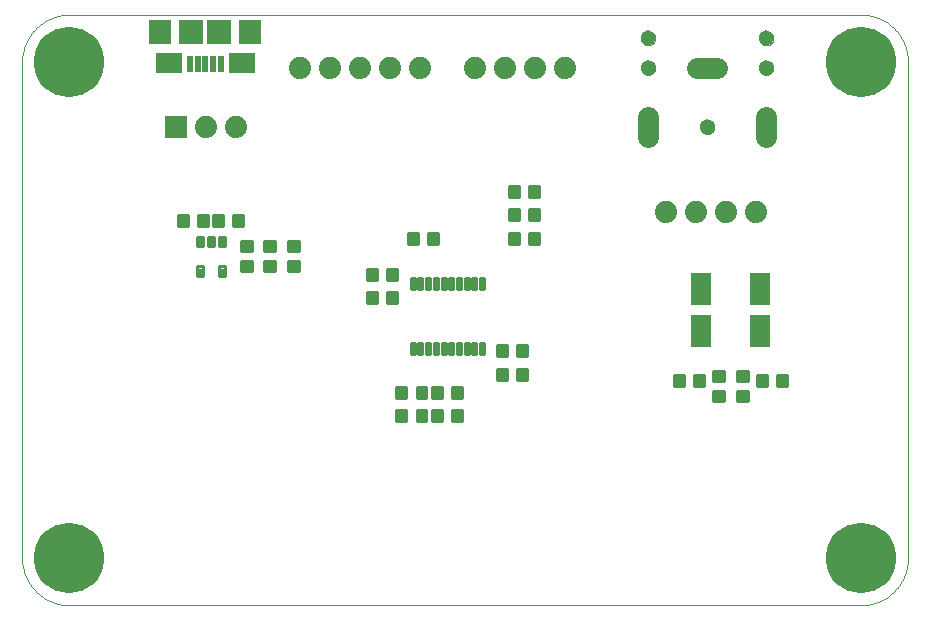
<source format=gts>
G75*
%MOIN*%
%OFA0B0*%
%FSLAX25Y25*%
%IPPOS*%
%LPD*%
%AMOC8*
5,1,8,0,0,1.08239X$1,22.5*
%
%ADD10C,0.00000*%
%ADD11C,0.01388*%
%ADD12R,0.06699X0.10636*%
%ADD13C,0.23400*%
%ADD14C,0.00847*%
%ADD15C,0.01105*%
%ADD16C,0.07400*%
%ADD17R,0.01975X0.05715*%
%ADD18R,0.08668X0.06699*%
%ADD19R,0.07487X0.07880*%
%ADD20R,0.07880X0.07880*%
%ADD21R,0.07400X0.07400*%
%ADD22C,0.05124*%
%ADD23C,0.07000*%
D10*
X0023458Y0024622D02*
X0023458Y0189976D01*
X0023463Y0190357D01*
X0023476Y0190737D01*
X0023499Y0191117D01*
X0023532Y0191496D01*
X0023573Y0191874D01*
X0023623Y0192251D01*
X0023683Y0192627D01*
X0023751Y0193002D01*
X0023829Y0193374D01*
X0023916Y0193745D01*
X0024011Y0194113D01*
X0024116Y0194479D01*
X0024229Y0194842D01*
X0024351Y0195203D01*
X0024481Y0195560D01*
X0024621Y0195914D01*
X0024768Y0196265D01*
X0024925Y0196612D01*
X0025089Y0196955D01*
X0025262Y0197294D01*
X0025443Y0197629D01*
X0025632Y0197960D01*
X0025829Y0198285D01*
X0026033Y0198606D01*
X0026246Y0198922D01*
X0026466Y0199232D01*
X0026693Y0199538D01*
X0026928Y0199837D01*
X0027170Y0200131D01*
X0027418Y0200419D01*
X0027674Y0200701D01*
X0027937Y0200976D01*
X0028206Y0201245D01*
X0028481Y0201508D01*
X0028763Y0201764D01*
X0029051Y0202012D01*
X0029345Y0202254D01*
X0029644Y0202489D01*
X0029950Y0202716D01*
X0030260Y0202936D01*
X0030576Y0203149D01*
X0030897Y0203353D01*
X0031222Y0203550D01*
X0031553Y0203739D01*
X0031888Y0203920D01*
X0032227Y0204093D01*
X0032570Y0204257D01*
X0032917Y0204414D01*
X0033268Y0204561D01*
X0033622Y0204701D01*
X0033979Y0204831D01*
X0034340Y0204953D01*
X0034703Y0205066D01*
X0035069Y0205171D01*
X0035437Y0205266D01*
X0035808Y0205353D01*
X0036180Y0205431D01*
X0036555Y0205499D01*
X0036931Y0205559D01*
X0037308Y0205609D01*
X0037686Y0205650D01*
X0038065Y0205683D01*
X0038445Y0205706D01*
X0038825Y0205719D01*
X0039206Y0205724D01*
X0302985Y0205724D01*
X0303366Y0205719D01*
X0303746Y0205706D01*
X0304126Y0205683D01*
X0304505Y0205650D01*
X0304883Y0205609D01*
X0305260Y0205559D01*
X0305636Y0205499D01*
X0306011Y0205431D01*
X0306383Y0205353D01*
X0306754Y0205266D01*
X0307122Y0205171D01*
X0307488Y0205066D01*
X0307851Y0204953D01*
X0308212Y0204831D01*
X0308569Y0204701D01*
X0308923Y0204561D01*
X0309274Y0204414D01*
X0309621Y0204257D01*
X0309964Y0204093D01*
X0310303Y0203920D01*
X0310638Y0203739D01*
X0310969Y0203550D01*
X0311294Y0203353D01*
X0311615Y0203149D01*
X0311931Y0202936D01*
X0312241Y0202716D01*
X0312547Y0202489D01*
X0312846Y0202254D01*
X0313140Y0202012D01*
X0313428Y0201764D01*
X0313710Y0201508D01*
X0313985Y0201245D01*
X0314254Y0200976D01*
X0314517Y0200701D01*
X0314773Y0200419D01*
X0315021Y0200131D01*
X0315263Y0199837D01*
X0315498Y0199538D01*
X0315725Y0199232D01*
X0315945Y0198922D01*
X0316158Y0198606D01*
X0316362Y0198285D01*
X0316559Y0197960D01*
X0316748Y0197629D01*
X0316929Y0197294D01*
X0317102Y0196955D01*
X0317266Y0196612D01*
X0317423Y0196265D01*
X0317570Y0195914D01*
X0317710Y0195560D01*
X0317840Y0195203D01*
X0317962Y0194842D01*
X0318075Y0194479D01*
X0318180Y0194113D01*
X0318275Y0193745D01*
X0318362Y0193374D01*
X0318440Y0193002D01*
X0318508Y0192627D01*
X0318568Y0192251D01*
X0318618Y0191874D01*
X0318659Y0191496D01*
X0318692Y0191117D01*
X0318715Y0190737D01*
X0318728Y0190357D01*
X0318733Y0189976D01*
X0318733Y0024622D01*
X0318728Y0024241D01*
X0318715Y0023861D01*
X0318692Y0023481D01*
X0318659Y0023102D01*
X0318618Y0022724D01*
X0318568Y0022347D01*
X0318508Y0021971D01*
X0318440Y0021596D01*
X0318362Y0021224D01*
X0318275Y0020853D01*
X0318180Y0020485D01*
X0318075Y0020119D01*
X0317962Y0019756D01*
X0317840Y0019395D01*
X0317710Y0019038D01*
X0317570Y0018684D01*
X0317423Y0018333D01*
X0317266Y0017986D01*
X0317102Y0017643D01*
X0316929Y0017304D01*
X0316748Y0016969D01*
X0316559Y0016638D01*
X0316362Y0016313D01*
X0316158Y0015992D01*
X0315945Y0015676D01*
X0315725Y0015366D01*
X0315498Y0015060D01*
X0315263Y0014761D01*
X0315021Y0014467D01*
X0314773Y0014179D01*
X0314517Y0013897D01*
X0314254Y0013622D01*
X0313985Y0013353D01*
X0313710Y0013090D01*
X0313428Y0012834D01*
X0313140Y0012586D01*
X0312846Y0012344D01*
X0312547Y0012109D01*
X0312241Y0011882D01*
X0311931Y0011662D01*
X0311615Y0011449D01*
X0311294Y0011245D01*
X0310969Y0011048D01*
X0310638Y0010859D01*
X0310303Y0010678D01*
X0309964Y0010505D01*
X0309621Y0010341D01*
X0309274Y0010184D01*
X0308923Y0010037D01*
X0308569Y0009897D01*
X0308212Y0009767D01*
X0307851Y0009645D01*
X0307488Y0009532D01*
X0307122Y0009427D01*
X0306754Y0009332D01*
X0306383Y0009245D01*
X0306011Y0009167D01*
X0305636Y0009099D01*
X0305260Y0009039D01*
X0304883Y0008989D01*
X0304505Y0008948D01*
X0304126Y0008915D01*
X0303746Y0008892D01*
X0303366Y0008879D01*
X0302985Y0008874D01*
X0039206Y0008874D01*
X0038825Y0008879D01*
X0038445Y0008892D01*
X0038065Y0008915D01*
X0037686Y0008948D01*
X0037308Y0008989D01*
X0036931Y0009039D01*
X0036555Y0009099D01*
X0036180Y0009167D01*
X0035808Y0009245D01*
X0035437Y0009332D01*
X0035069Y0009427D01*
X0034703Y0009532D01*
X0034340Y0009645D01*
X0033979Y0009767D01*
X0033622Y0009897D01*
X0033268Y0010037D01*
X0032917Y0010184D01*
X0032570Y0010341D01*
X0032227Y0010505D01*
X0031888Y0010678D01*
X0031553Y0010859D01*
X0031222Y0011048D01*
X0030897Y0011245D01*
X0030576Y0011449D01*
X0030260Y0011662D01*
X0029950Y0011882D01*
X0029644Y0012109D01*
X0029345Y0012344D01*
X0029051Y0012586D01*
X0028763Y0012834D01*
X0028481Y0013090D01*
X0028206Y0013353D01*
X0027937Y0013622D01*
X0027674Y0013897D01*
X0027418Y0014179D01*
X0027170Y0014467D01*
X0026928Y0014761D01*
X0026693Y0015060D01*
X0026466Y0015366D01*
X0026246Y0015676D01*
X0026033Y0015992D01*
X0025829Y0016313D01*
X0025632Y0016638D01*
X0025443Y0016969D01*
X0025262Y0017304D01*
X0025089Y0017643D01*
X0024925Y0017986D01*
X0024768Y0018333D01*
X0024621Y0018684D01*
X0024481Y0019038D01*
X0024351Y0019395D01*
X0024229Y0019756D01*
X0024116Y0020119D01*
X0024011Y0020485D01*
X0023916Y0020853D01*
X0023829Y0021224D01*
X0023751Y0021596D01*
X0023683Y0021971D01*
X0023623Y0022347D01*
X0023573Y0022724D01*
X0023532Y0023102D01*
X0023499Y0023481D01*
X0023476Y0023861D01*
X0023463Y0024241D01*
X0023458Y0024622D01*
X0249442Y0168323D02*
X0249444Y0168420D01*
X0249450Y0168517D01*
X0249460Y0168613D01*
X0249474Y0168709D01*
X0249492Y0168805D01*
X0249513Y0168899D01*
X0249539Y0168993D01*
X0249568Y0169085D01*
X0249602Y0169176D01*
X0249638Y0169266D01*
X0249679Y0169354D01*
X0249723Y0169440D01*
X0249771Y0169525D01*
X0249822Y0169607D01*
X0249876Y0169688D01*
X0249934Y0169766D01*
X0249995Y0169841D01*
X0250058Y0169914D01*
X0250125Y0169985D01*
X0250195Y0170052D01*
X0250267Y0170117D01*
X0250342Y0170178D01*
X0250420Y0170237D01*
X0250499Y0170292D01*
X0250581Y0170344D01*
X0250665Y0170392D01*
X0250751Y0170437D01*
X0250839Y0170479D01*
X0250928Y0170517D01*
X0251019Y0170551D01*
X0251111Y0170581D01*
X0251204Y0170608D01*
X0251299Y0170630D01*
X0251394Y0170649D01*
X0251490Y0170664D01*
X0251586Y0170675D01*
X0251683Y0170682D01*
X0251780Y0170685D01*
X0251877Y0170684D01*
X0251974Y0170679D01*
X0252070Y0170670D01*
X0252166Y0170657D01*
X0252262Y0170640D01*
X0252357Y0170619D01*
X0252450Y0170595D01*
X0252543Y0170566D01*
X0252635Y0170534D01*
X0252725Y0170498D01*
X0252813Y0170459D01*
X0252900Y0170415D01*
X0252985Y0170369D01*
X0253068Y0170318D01*
X0253149Y0170265D01*
X0253227Y0170208D01*
X0253304Y0170148D01*
X0253377Y0170085D01*
X0253448Y0170019D01*
X0253516Y0169950D01*
X0253582Y0169878D01*
X0253644Y0169804D01*
X0253703Y0169727D01*
X0253759Y0169648D01*
X0253812Y0169566D01*
X0253862Y0169483D01*
X0253907Y0169397D01*
X0253950Y0169310D01*
X0253989Y0169221D01*
X0254024Y0169131D01*
X0254055Y0169039D01*
X0254082Y0168946D01*
X0254106Y0168852D01*
X0254126Y0168757D01*
X0254142Y0168661D01*
X0254154Y0168565D01*
X0254162Y0168468D01*
X0254166Y0168371D01*
X0254166Y0168275D01*
X0254162Y0168178D01*
X0254154Y0168081D01*
X0254142Y0167985D01*
X0254126Y0167889D01*
X0254106Y0167794D01*
X0254082Y0167700D01*
X0254055Y0167607D01*
X0254024Y0167515D01*
X0253989Y0167425D01*
X0253950Y0167336D01*
X0253907Y0167249D01*
X0253862Y0167163D01*
X0253812Y0167080D01*
X0253759Y0166998D01*
X0253703Y0166919D01*
X0253644Y0166842D01*
X0253582Y0166768D01*
X0253516Y0166696D01*
X0253448Y0166627D01*
X0253377Y0166561D01*
X0253304Y0166498D01*
X0253227Y0166438D01*
X0253149Y0166381D01*
X0253068Y0166328D01*
X0252985Y0166277D01*
X0252900Y0166231D01*
X0252813Y0166187D01*
X0252725Y0166148D01*
X0252635Y0166112D01*
X0252543Y0166080D01*
X0252450Y0166051D01*
X0252357Y0166027D01*
X0252262Y0166006D01*
X0252166Y0165989D01*
X0252070Y0165976D01*
X0251974Y0165967D01*
X0251877Y0165962D01*
X0251780Y0165961D01*
X0251683Y0165964D01*
X0251586Y0165971D01*
X0251490Y0165982D01*
X0251394Y0165997D01*
X0251299Y0166016D01*
X0251204Y0166038D01*
X0251111Y0166065D01*
X0251019Y0166095D01*
X0250928Y0166129D01*
X0250839Y0166167D01*
X0250751Y0166209D01*
X0250665Y0166254D01*
X0250581Y0166302D01*
X0250499Y0166354D01*
X0250420Y0166409D01*
X0250342Y0166468D01*
X0250267Y0166529D01*
X0250195Y0166594D01*
X0250125Y0166661D01*
X0250058Y0166732D01*
X0249995Y0166805D01*
X0249934Y0166880D01*
X0249876Y0166958D01*
X0249822Y0167039D01*
X0249771Y0167121D01*
X0249723Y0167206D01*
X0249679Y0167292D01*
X0249638Y0167380D01*
X0249602Y0167470D01*
X0249568Y0167561D01*
X0249539Y0167653D01*
X0249513Y0167747D01*
X0249492Y0167841D01*
X0249474Y0167937D01*
X0249460Y0168033D01*
X0249450Y0168129D01*
X0249444Y0168226D01*
X0249442Y0168323D01*
X0229757Y0188008D02*
X0229759Y0188105D01*
X0229765Y0188202D01*
X0229775Y0188298D01*
X0229789Y0188394D01*
X0229807Y0188490D01*
X0229828Y0188584D01*
X0229854Y0188678D01*
X0229883Y0188770D01*
X0229917Y0188861D01*
X0229953Y0188951D01*
X0229994Y0189039D01*
X0230038Y0189125D01*
X0230086Y0189210D01*
X0230137Y0189292D01*
X0230191Y0189373D01*
X0230249Y0189451D01*
X0230310Y0189526D01*
X0230373Y0189599D01*
X0230440Y0189670D01*
X0230510Y0189737D01*
X0230582Y0189802D01*
X0230657Y0189863D01*
X0230735Y0189922D01*
X0230814Y0189977D01*
X0230896Y0190029D01*
X0230980Y0190077D01*
X0231066Y0190122D01*
X0231154Y0190164D01*
X0231243Y0190202D01*
X0231334Y0190236D01*
X0231426Y0190266D01*
X0231519Y0190293D01*
X0231614Y0190315D01*
X0231709Y0190334D01*
X0231805Y0190349D01*
X0231901Y0190360D01*
X0231998Y0190367D01*
X0232095Y0190370D01*
X0232192Y0190369D01*
X0232289Y0190364D01*
X0232385Y0190355D01*
X0232481Y0190342D01*
X0232577Y0190325D01*
X0232672Y0190304D01*
X0232765Y0190280D01*
X0232858Y0190251D01*
X0232950Y0190219D01*
X0233040Y0190183D01*
X0233128Y0190144D01*
X0233215Y0190100D01*
X0233300Y0190054D01*
X0233383Y0190003D01*
X0233464Y0189950D01*
X0233542Y0189893D01*
X0233619Y0189833D01*
X0233692Y0189770D01*
X0233763Y0189704D01*
X0233831Y0189635D01*
X0233897Y0189563D01*
X0233959Y0189489D01*
X0234018Y0189412D01*
X0234074Y0189333D01*
X0234127Y0189251D01*
X0234177Y0189168D01*
X0234222Y0189082D01*
X0234265Y0188995D01*
X0234304Y0188906D01*
X0234339Y0188816D01*
X0234370Y0188724D01*
X0234397Y0188631D01*
X0234421Y0188537D01*
X0234441Y0188442D01*
X0234457Y0188346D01*
X0234469Y0188250D01*
X0234477Y0188153D01*
X0234481Y0188056D01*
X0234481Y0187960D01*
X0234477Y0187863D01*
X0234469Y0187766D01*
X0234457Y0187670D01*
X0234441Y0187574D01*
X0234421Y0187479D01*
X0234397Y0187385D01*
X0234370Y0187292D01*
X0234339Y0187200D01*
X0234304Y0187110D01*
X0234265Y0187021D01*
X0234222Y0186934D01*
X0234177Y0186848D01*
X0234127Y0186765D01*
X0234074Y0186683D01*
X0234018Y0186604D01*
X0233959Y0186527D01*
X0233897Y0186453D01*
X0233831Y0186381D01*
X0233763Y0186312D01*
X0233692Y0186246D01*
X0233619Y0186183D01*
X0233542Y0186123D01*
X0233464Y0186066D01*
X0233383Y0186013D01*
X0233300Y0185962D01*
X0233215Y0185916D01*
X0233128Y0185872D01*
X0233040Y0185833D01*
X0232950Y0185797D01*
X0232858Y0185765D01*
X0232765Y0185736D01*
X0232672Y0185712D01*
X0232577Y0185691D01*
X0232481Y0185674D01*
X0232385Y0185661D01*
X0232289Y0185652D01*
X0232192Y0185647D01*
X0232095Y0185646D01*
X0231998Y0185649D01*
X0231901Y0185656D01*
X0231805Y0185667D01*
X0231709Y0185682D01*
X0231614Y0185701D01*
X0231519Y0185723D01*
X0231426Y0185750D01*
X0231334Y0185780D01*
X0231243Y0185814D01*
X0231154Y0185852D01*
X0231066Y0185894D01*
X0230980Y0185939D01*
X0230896Y0185987D01*
X0230814Y0186039D01*
X0230735Y0186094D01*
X0230657Y0186153D01*
X0230582Y0186214D01*
X0230510Y0186279D01*
X0230440Y0186346D01*
X0230373Y0186417D01*
X0230310Y0186490D01*
X0230249Y0186565D01*
X0230191Y0186643D01*
X0230137Y0186724D01*
X0230086Y0186806D01*
X0230038Y0186891D01*
X0229994Y0186977D01*
X0229953Y0187065D01*
X0229917Y0187155D01*
X0229883Y0187246D01*
X0229854Y0187338D01*
X0229828Y0187432D01*
X0229807Y0187526D01*
X0229789Y0187622D01*
X0229775Y0187718D01*
X0229765Y0187814D01*
X0229759Y0187911D01*
X0229757Y0188008D01*
X0229757Y0197850D02*
X0229759Y0197947D01*
X0229765Y0198044D01*
X0229775Y0198140D01*
X0229789Y0198236D01*
X0229807Y0198332D01*
X0229828Y0198426D01*
X0229854Y0198520D01*
X0229883Y0198612D01*
X0229917Y0198703D01*
X0229953Y0198793D01*
X0229994Y0198881D01*
X0230038Y0198967D01*
X0230086Y0199052D01*
X0230137Y0199134D01*
X0230191Y0199215D01*
X0230249Y0199293D01*
X0230310Y0199368D01*
X0230373Y0199441D01*
X0230440Y0199512D01*
X0230510Y0199579D01*
X0230582Y0199644D01*
X0230657Y0199705D01*
X0230735Y0199764D01*
X0230814Y0199819D01*
X0230896Y0199871D01*
X0230980Y0199919D01*
X0231066Y0199964D01*
X0231154Y0200006D01*
X0231243Y0200044D01*
X0231334Y0200078D01*
X0231426Y0200108D01*
X0231519Y0200135D01*
X0231614Y0200157D01*
X0231709Y0200176D01*
X0231805Y0200191D01*
X0231901Y0200202D01*
X0231998Y0200209D01*
X0232095Y0200212D01*
X0232192Y0200211D01*
X0232289Y0200206D01*
X0232385Y0200197D01*
X0232481Y0200184D01*
X0232577Y0200167D01*
X0232672Y0200146D01*
X0232765Y0200122D01*
X0232858Y0200093D01*
X0232950Y0200061D01*
X0233040Y0200025D01*
X0233128Y0199986D01*
X0233215Y0199942D01*
X0233300Y0199896D01*
X0233383Y0199845D01*
X0233464Y0199792D01*
X0233542Y0199735D01*
X0233619Y0199675D01*
X0233692Y0199612D01*
X0233763Y0199546D01*
X0233831Y0199477D01*
X0233897Y0199405D01*
X0233959Y0199331D01*
X0234018Y0199254D01*
X0234074Y0199175D01*
X0234127Y0199093D01*
X0234177Y0199010D01*
X0234222Y0198924D01*
X0234265Y0198837D01*
X0234304Y0198748D01*
X0234339Y0198658D01*
X0234370Y0198566D01*
X0234397Y0198473D01*
X0234421Y0198379D01*
X0234441Y0198284D01*
X0234457Y0198188D01*
X0234469Y0198092D01*
X0234477Y0197995D01*
X0234481Y0197898D01*
X0234481Y0197802D01*
X0234477Y0197705D01*
X0234469Y0197608D01*
X0234457Y0197512D01*
X0234441Y0197416D01*
X0234421Y0197321D01*
X0234397Y0197227D01*
X0234370Y0197134D01*
X0234339Y0197042D01*
X0234304Y0196952D01*
X0234265Y0196863D01*
X0234222Y0196776D01*
X0234177Y0196690D01*
X0234127Y0196607D01*
X0234074Y0196525D01*
X0234018Y0196446D01*
X0233959Y0196369D01*
X0233897Y0196295D01*
X0233831Y0196223D01*
X0233763Y0196154D01*
X0233692Y0196088D01*
X0233619Y0196025D01*
X0233542Y0195965D01*
X0233464Y0195908D01*
X0233383Y0195855D01*
X0233300Y0195804D01*
X0233215Y0195758D01*
X0233128Y0195714D01*
X0233040Y0195675D01*
X0232950Y0195639D01*
X0232858Y0195607D01*
X0232765Y0195578D01*
X0232672Y0195554D01*
X0232577Y0195533D01*
X0232481Y0195516D01*
X0232385Y0195503D01*
X0232289Y0195494D01*
X0232192Y0195489D01*
X0232095Y0195488D01*
X0231998Y0195491D01*
X0231901Y0195498D01*
X0231805Y0195509D01*
X0231709Y0195524D01*
X0231614Y0195543D01*
X0231519Y0195565D01*
X0231426Y0195592D01*
X0231334Y0195622D01*
X0231243Y0195656D01*
X0231154Y0195694D01*
X0231066Y0195736D01*
X0230980Y0195781D01*
X0230896Y0195829D01*
X0230814Y0195881D01*
X0230735Y0195936D01*
X0230657Y0195995D01*
X0230582Y0196056D01*
X0230510Y0196121D01*
X0230440Y0196188D01*
X0230373Y0196259D01*
X0230310Y0196332D01*
X0230249Y0196407D01*
X0230191Y0196485D01*
X0230137Y0196566D01*
X0230086Y0196648D01*
X0230038Y0196733D01*
X0229994Y0196819D01*
X0229953Y0196907D01*
X0229917Y0196997D01*
X0229883Y0197088D01*
X0229854Y0197180D01*
X0229828Y0197274D01*
X0229807Y0197368D01*
X0229789Y0197464D01*
X0229775Y0197560D01*
X0229765Y0197656D01*
X0229759Y0197753D01*
X0229757Y0197850D01*
X0269127Y0197850D02*
X0269129Y0197947D01*
X0269135Y0198044D01*
X0269145Y0198140D01*
X0269159Y0198236D01*
X0269177Y0198332D01*
X0269198Y0198426D01*
X0269224Y0198520D01*
X0269253Y0198612D01*
X0269287Y0198703D01*
X0269323Y0198793D01*
X0269364Y0198881D01*
X0269408Y0198967D01*
X0269456Y0199052D01*
X0269507Y0199134D01*
X0269561Y0199215D01*
X0269619Y0199293D01*
X0269680Y0199368D01*
X0269743Y0199441D01*
X0269810Y0199512D01*
X0269880Y0199579D01*
X0269952Y0199644D01*
X0270027Y0199705D01*
X0270105Y0199764D01*
X0270184Y0199819D01*
X0270266Y0199871D01*
X0270350Y0199919D01*
X0270436Y0199964D01*
X0270524Y0200006D01*
X0270613Y0200044D01*
X0270704Y0200078D01*
X0270796Y0200108D01*
X0270889Y0200135D01*
X0270984Y0200157D01*
X0271079Y0200176D01*
X0271175Y0200191D01*
X0271271Y0200202D01*
X0271368Y0200209D01*
X0271465Y0200212D01*
X0271562Y0200211D01*
X0271659Y0200206D01*
X0271755Y0200197D01*
X0271851Y0200184D01*
X0271947Y0200167D01*
X0272042Y0200146D01*
X0272135Y0200122D01*
X0272228Y0200093D01*
X0272320Y0200061D01*
X0272410Y0200025D01*
X0272498Y0199986D01*
X0272585Y0199942D01*
X0272670Y0199896D01*
X0272753Y0199845D01*
X0272834Y0199792D01*
X0272912Y0199735D01*
X0272989Y0199675D01*
X0273062Y0199612D01*
X0273133Y0199546D01*
X0273201Y0199477D01*
X0273267Y0199405D01*
X0273329Y0199331D01*
X0273388Y0199254D01*
X0273444Y0199175D01*
X0273497Y0199093D01*
X0273547Y0199010D01*
X0273592Y0198924D01*
X0273635Y0198837D01*
X0273674Y0198748D01*
X0273709Y0198658D01*
X0273740Y0198566D01*
X0273767Y0198473D01*
X0273791Y0198379D01*
X0273811Y0198284D01*
X0273827Y0198188D01*
X0273839Y0198092D01*
X0273847Y0197995D01*
X0273851Y0197898D01*
X0273851Y0197802D01*
X0273847Y0197705D01*
X0273839Y0197608D01*
X0273827Y0197512D01*
X0273811Y0197416D01*
X0273791Y0197321D01*
X0273767Y0197227D01*
X0273740Y0197134D01*
X0273709Y0197042D01*
X0273674Y0196952D01*
X0273635Y0196863D01*
X0273592Y0196776D01*
X0273547Y0196690D01*
X0273497Y0196607D01*
X0273444Y0196525D01*
X0273388Y0196446D01*
X0273329Y0196369D01*
X0273267Y0196295D01*
X0273201Y0196223D01*
X0273133Y0196154D01*
X0273062Y0196088D01*
X0272989Y0196025D01*
X0272912Y0195965D01*
X0272834Y0195908D01*
X0272753Y0195855D01*
X0272670Y0195804D01*
X0272585Y0195758D01*
X0272498Y0195714D01*
X0272410Y0195675D01*
X0272320Y0195639D01*
X0272228Y0195607D01*
X0272135Y0195578D01*
X0272042Y0195554D01*
X0271947Y0195533D01*
X0271851Y0195516D01*
X0271755Y0195503D01*
X0271659Y0195494D01*
X0271562Y0195489D01*
X0271465Y0195488D01*
X0271368Y0195491D01*
X0271271Y0195498D01*
X0271175Y0195509D01*
X0271079Y0195524D01*
X0270984Y0195543D01*
X0270889Y0195565D01*
X0270796Y0195592D01*
X0270704Y0195622D01*
X0270613Y0195656D01*
X0270524Y0195694D01*
X0270436Y0195736D01*
X0270350Y0195781D01*
X0270266Y0195829D01*
X0270184Y0195881D01*
X0270105Y0195936D01*
X0270027Y0195995D01*
X0269952Y0196056D01*
X0269880Y0196121D01*
X0269810Y0196188D01*
X0269743Y0196259D01*
X0269680Y0196332D01*
X0269619Y0196407D01*
X0269561Y0196485D01*
X0269507Y0196566D01*
X0269456Y0196648D01*
X0269408Y0196733D01*
X0269364Y0196819D01*
X0269323Y0196907D01*
X0269287Y0196997D01*
X0269253Y0197088D01*
X0269224Y0197180D01*
X0269198Y0197274D01*
X0269177Y0197368D01*
X0269159Y0197464D01*
X0269145Y0197560D01*
X0269135Y0197656D01*
X0269129Y0197753D01*
X0269127Y0197850D01*
X0269127Y0188008D02*
X0269129Y0188105D01*
X0269135Y0188202D01*
X0269145Y0188298D01*
X0269159Y0188394D01*
X0269177Y0188490D01*
X0269198Y0188584D01*
X0269224Y0188678D01*
X0269253Y0188770D01*
X0269287Y0188861D01*
X0269323Y0188951D01*
X0269364Y0189039D01*
X0269408Y0189125D01*
X0269456Y0189210D01*
X0269507Y0189292D01*
X0269561Y0189373D01*
X0269619Y0189451D01*
X0269680Y0189526D01*
X0269743Y0189599D01*
X0269810Y0189670D01*
X0269880Y0189737D01*
X0269952Y0189802D01*
X0270027Y0189863D01*
X0270105Y0189922D01*
X0270184Y0189977D01*
X0270266Y0190029D01*
X0270350Y0190077D01*
X0270436Y0190122D01*
X0270524Y0190164D01*
X0270613Y0190202D01*
X0270704Y0190236D01*
X0270796Y0190266D01*
X0270889Y0190293D01*
X0270984Y0190315D01*
X0271079Y0190334D01*
X0271175Y0190349D01*
X0271271Y0190360D01*
X0271368Y0190367D01*
X0271465Y0190370D01*
X0271562Y0190369D01*
X0271659Y0190364D01*
X0271755Y0190355D01*
X0271851Y0190342D01*
X0271947Y0190325D01*
X0272042Y0190304D01*
X0272135Y0190280D01*
X0272228Y0190251D01*
X0272320Y0190219D01*
X0272410Y0190183D01*
X0272498Y0190144D01*
X0272585Y0190100D01*
X0272670Y0190054D01*
X0272753Y0190003D01*
X0272834Y0189950D01*
X0272912Y0189893D01*
X0272989Y0189833D01*
X0273062Y0189770D01*
X0273133Y0189704D01*
X0273201Y0189635D01*
X0273267Y0189563D01*
X0273329Y0189489D01*
X0273388Y0189412D01*
X0273444Y0189333D01*
X0273497Y0189251D01*
X0273547Y0189168D01*
X0273592Y0189082D01*
X0273635Y0188995D01*
X0273674Y0188906D01*
X0273709Y0188816D01*
X0273740Y0188724D01*
X0273767Y0188631D01*
X0273791Y0188537D01*
X0273811Y0188442D01*
X0273827Y0188346D01*
X0273839Y0188250D01*
X0273847Y0188153D01*
X0273851Y0188056D01*
X0273851Y0187960D01*
X0273847Y0187863D01*
X0273839Y0187766D01*
X0273827Y0187670D01*
X0273811Y0187574D01*
X0273791Y0187479D01*
X0273767Y0187385D01*
X0273740Y0187292D01*
X0273709Y0187200D01*
X0273674Y0187110D01*
X0273635Y0187021D01*
X0273592Y0186934D01*
X0273547Y0186848D01*
X0273497Y0186765D01*
X0273444Y0186683D01*
X0273388Y0186604D01*
X0273329Y0186527D01*
X0273267Y0186453D01*
X0273201Y0186381D01*
X0273133Y0186312D01*
X0273062Y0186246D01*
X0272989Y0186183D01*
X0272912Y0186123D01*
X0272834Y0186066D01*
X0272753Y0186013D01*
X0272670Y0185962D01*
X0272585Y0185916D01*
X0272498Y0185872D01*
X0272410Y0185833D01*
X0272320Y0185797D01*
X0272228Y0185765D01*
X0272135Y0185736D01*
X0272042Y0185712D01*
X0271947Y0185691D01*
X0271851Y0185674D01*
X0271755Y0185661D01*
X0271659Y0185652D01*
X0271562Y0185647D01*
X0271465Y0185646D01*
X0271368Y0185649D01*
X0271271Y0185656D01*
X0271175Y0185667D01*
X0271079Y0185682D01*
X0270984Y0185701D01*
X0270889Y0185723D01*
X0270796Y0185750D01*
X0270704Y0185780D01*
X0270613Y0185814D01*
X0270524Y0185852D01*
X0270436Y0185894D01*
X0270350Y0185939D01*
X0270266Y0185987D01*
X0270184Y0186039D01*
X0270105Y0186094D01*
X0270027Y0186153D01*
X0269952Y0186214D01*
X0269880Y0186279D01*
X0269810Y0186346D01*
X0269743Y0186417D01*
X0269680Y0186490D01*
X0269619Y0186565D01*
X0269561Y0186643D01*
X0269507Y0186724D01*
X0269456Y0186806D01*
X0269408Y0186891D01*
X0269364Y0186977D01*
X0269323Y0187065D01*
X0269287Y0187155D01*
X0269253Y0187246D01*
X0269224Y0187338D01*
X0269198Y0187432D01*
X0269177Y0187526D01*
X0269159Y0187622D01*
X0269145Y0187718D01*
X0269135Y0187814D01*
X0269129Y0187911D01*
X0269127Y0188008D01*
D11*
X0195601Y0148340D02*
X0192653Y0148340D01*
X0195601Y0148340D02*
X0195601Y0144998D01*
X0192653Y0144998D01*
X0192653Y0148340D01*
X0192653Y0146317D02*
X0195601Y0146317D01*
X0195601Y0147636D02*
X0192653Y0147636D01*
X0188908Y0148340D02*
X0185960Y0148340D01*
X0188908Y0148340D02*
X0188908Y0144998D01*
X0185960Y0144998D01*
X0185960Y0148340D01*
X0185960Y0146317D02*
X0188908Y0146317D01*
X0188908Y0147636D02*
X0185960Y0147636D01*
X0185960Y0140466D02*
X0188908Y0140466D01*
X0188908Y0137124D01*
X0185960Y0137124D01*
X0185960Y0140466D01*
X0185960Y0138443D02*
X0188908Y0138443D01*
X0188908Y0139762D02*
X0185960Y0139762D01*
X0192653Y0140466D02*
X0195601Y0140466D01*
X0195601Y0137124D01*
X0192653Y0137124D01*
X0192653Y0140466D01*
X0192653Y0138443D02*
X0195601Y0138443D01*
X0195601Y0139762D02*
X0192653Y0139762D01*
X0192653Y0132592D02*
X0195601Y0132592D01*
X0195601Y0129250D01*
X0192653Y0129250D01*
X0192653Y0132592D01*
X0192653Y0130569D02*
X0195601Y0130569D01*
X0195601Y0131888D02*
X0192653Y0131888D01*
X0188908Y0132592D02*
X0185960Y0132592D01*
X0188908Y0132592D02*
X0188908Y0129250D01*
X0185960Y0129250D01*
X0185960Y0132592D01*
X0185960Y0130569D02*
X0188908Y0130569D01*
X0188908Y0131888D02*
X0185960Y0131888D01*
X0162137Y0132592D02*
X0159189Y0132592D01*
X0162137Y0132592D02*
X0162137Y0129250D01*
X0159189Y0129250D01*
X0159189Y0132592D01*
X0159189Y0130569D02*
X0162137Y0130569D01*
X0162137Y0131888D02*
X0159189Y0131888D01*
X0155444Y0132592D02*
X0152496Y0132592D01*
X0155444Y0132592D02*
X0155444Y0129250D01*
X0152496Y0129250D01*
X0152496Y0132592D01*
X0152496Y0130569D02*
X0155444Y0130569D01*
X0155444Y0131888D02*
X0152496Y0131888D01*
X0148357Y0120781D02*
X0145409Y0120781D01*
X0148357Y0120781D02*
X0148357Y0117439D01*
X0145409Y0117439D01*
X0145409Y0120781D01*
X0145409Y0118758D02*
X0148357Y0118758D01*
X0148357Y0120077D02*
X0145409Y0120077D01*
X0141664Y0120781D02*
X0138716Y0120781D01*
X0141664Y0120781D02*
X0141664Y0117439D01*
X0138716Y0117439D01*
X0138716Y0120781D01*
X0138716Y0118758D02*
X0141664Y0118758D01*
X0141664Y0120077D02*
X0138716Y0120077D01*
X0138716Y0112907D02*
X0141664Y0112907D01*
X0141664Y0109565D01*
X0138716Y0109565D01*
X0138716Y0112907D01*
X0138716Y0110884D02*
X0141664Y0110884D01*
X0141664Y0112203D02*
X0138716Y0112203D01*
X0145409Y0112907D02*
X0148357Y0112907D01*
X0148357Y0109565D01*
X0145409Y0109565D01*
X0145409Y0112907D01*
X0145409Y0110884D02*
X0148357Y0110884D01*
X0148357Y0112203D02*
X0145409Y0112203D01*
X0115680Y0120195D02*
X0115680Y0123143D01*
X0115680Y0120195D02*
X0112338Y0120195D01*
X0112338Y0123143D01*
X0115680Y0123143D01*
X0115680Y0121514D02*
X0112338Y0121514D01*
X0112338Y0122833D02*
X0115680Y0122833D01*
X0115680Y0126888D02*
X0115680Y0129836D01*
X0115680Y0126888D02*
X0112338Y0126888D01*
X0112338Y0129836D01*
X0115680Y0129836D01*
X0115680Y0128207D02*
X0112338Y0128207D01*
X0112338Y0129526D02*
X0115680Y0129526D01*
X0107806Y0129836D02*
X0107806Y0126888D01*
X0104464Y0126888D01*
X0104464Y0129836D01*
X0107806Y0129836D01*
X0107806Y0128207D02*
X0104464Y0128207D01*
X0104464Y0129526D02*
X0107806Y0129526D01*
X0099932Y0129836D02*
X0099932Y0126888D01*
X0096590Y0126888D01*
X0096590Y0129836D01*
X0099932Y0129836D01*
X0099932Y0128207D02*
X0096590Y0128207D01*
X0096590Y0129526D02*
X0099932Y0129526D01*
X0097176Y0135156D02*
X0094228Y0135156D01*
X0094228Y0138498D01*
X0097176Y0138498D01*
X0097176Y0135156D01*
X0097176Y0136475D02*
X0094228Y0136475D01*
X0094228Y0137794D02*
X0097176Y0137794D01*
X0090483Y0135156D02*
X0087535Y0135156D01*
X0087535Y0138498D01*
X0090483Y0138498D01*
X0090483Y0135156D01*
X0090483Y0136475D02*
X0087535Y0136475D01*
X0087535Y0137794D02*
X0090483Y0137794D01*
X0085365Y0135156D02*
X0082417Y0135156D01*
X0082417Y0138498D01*
X0085365Y0138498D01*
X0085365Y0135156D01*
X0085365Y0136475D02*
X0082417Y0136475D01*
X0082417Y0137794D02*
X0085365Y0137794D01*
X0078672Y0135156D02*
X0075724Y0135156D01*
X0075724Y0138498D01*
X0078672Y0138498D01*
X0078672Y0135156D01*
X0078672Y0136475D02*
X0075724Y0136475D01*
X0075724Y0137794D02*
X0078672Y0137794D01*
X0099932Y0123143D02*
X0099932Y0120195D01*
X0096590Y0120195D01*
X0096590Y0123143D01*
X0099932Y0123143D01*
X0099932Y0121514D02*
X0096590Y0121514D01*
X0096590Y0122833D02*
X0099932Y0122833D01*
X0107806Y0123143D02*
X0107806Y0120195D01*
X0104464Y0120195D01*
X0104464Y0123143D01*
X0107806Y0123143D01*
X0107806Y0121514D02*
X0104464Y0121514D01*
X0104464Y0122833D02*
X0107806Y0122833D01*
X0148559Y0078069D02*
X0151507Y0078069D01*
X0148559Y0078069D02*
X0148559Y0081411D01*
X0151507Y0081411D01*
X0151507Y0078069D01*
X0151507Y0079388D02*
X0148559Y0079388D01*
X0148559Y0080707D02*
X0151507Y0080707D01*
X0155252Y0078069D02*
X0158200Y0078069D01*
X0155252Y0078069D02*
X0155252Y0081411D01*
X0158200Y0081411D01*
X0158200Y0078069D01*
X0158200Y0079388D02*
X0155252Y0079388D01*
X0155252Y0080707D02*
X0158200Y0080707D01*
X0160370Y0081411D02*
X0163318Y0081411D01*
X0163318Y0078069D01*
X0160370Y0078069D01*
X0160370Y0081411D01*
X0160370Y0079388D02*
X0163318Y0079388D01*
X0163318Y0080707D02*
X0160370Y0080707D01*
X0167063Y0081411D02*
X0170011Y0081411D01*
X0170011Y0078069D01*
X0167063Y0078069D01*
X0167063Y0081411D01*
X0167063Y0079388D02*
X0170011Y0079388D01*
X0170011Y0080707D02*
X0167063Y0080707D01*
X0167063Y0070195D02*
X0170011Y0070195D01*
X0167063Y0070195D02*
X0167063Y0073537D01*
X0170011Y0073537D01*
X0170011Y0070195D01*
X0170011Y0071514D02*
X0167063Y0071514D01*
X0167063Y0072833D02*
X0170011Y0072833D01*
X0163318Y0070195D02*
X0160370Y0070195D01*
X0160370Y0073537D01*
X0163318Y0073537D01*
X0163318Y0070195D01*
X0163318Y0071514D02*
X0160370Y0071514D01*
X0160370Y0072833D02*
X0163318Y0072833D01*
X0158200Y0070195D02*
X0155252Y0070195D01*
X0155252Y0073537D01*
X0158200Y0073537D01*
X0158200Y0070195D01*
X0158200Y0071514D02*
X0155252Y0071514D01*
X0155252Y0072833D02*
X0158200Y0072833D01*
X0151507Y0070195D02*
X0148559Y0070195D01*
X0148559Y0073537D01*
X0151507Y0073537D01*
X0151507Y0070195D01*
X0151507Y0071514D02*
X0148559Y0071514D01*
X0148559Y0072833D02*
X0151507Y0072833D01*
X0182023Y0083975D02*
X0184971Y0083975D01*
X0182023Y0083975D02*
X0182023Y0087317D01*
X0184971Y0087317D01*
X0184971Y0083975D01*
X0184971Y0085294D02*
X0182023Y0085294D01*
X0182023Y0086613D02*
X0184971Y0086613D01*
X0188716Y0083975D02*
X0191664Y0083975D01*
X0188716Y0083975D02*
X0188716Y0087317D01*
X0191664Y0087317D01*
X0191664Y0083975D01*
X0191664Y0085294D02*
X0188716Y0085294D01*
X0188716Y0086613D02*
X0191664Y0086613D01*
X0191664Y0091849D02*
X0188716Y0091849D01*
X0188716Y0095191D01*
X0191664Y0095191D01*
X0191664Y0091849D01*
X0191664Y0093168D02*
X0188716Y0093168D01*
X0188716Y0094487D02*
X0191664Y0094487D01*
X0184971Y0091849D02*
X0182023Y0091849D01*
X0182023Y0095191D01*
X0184971Y0095191D01*
X0184971Y0091849D01*
X0184971Y0093168D02*
X0182023Y0093168D01*
X0182023Y0094487D02*
X0184971Y0094487D01*
X0241078Y0082006D02*
X0244026Y0082006D01*
X0241078Y0082006D02*
X0241078Y0085348D01*
X0244026Y0085348D01*
X0244026Y0082006D01*
X0244026Y0083325D02*
X0241078Y0083325D01*
X0241078Y0084644D02*
X0244026Y0084644D01*
X0247771Y0082006D02*
X0250719Y0082006D01*
X0247771Y0082006D02*
X0247771Y0085348D01*
X0250719Y0085348D01*
X0250719Y0082006D01*
X0250719Y0083325D02*
X0247771Y0083325D01*
X0247771Y0084644D02*
X0250719Y0084644D01*
X0254070Y0083581D02*
X0254070Y0086529D01*
X0257412Y0086529D01*
X0257412Y0083581D01*
X0254070Y0083581D01*
X0254070Y0084900D02*
X0257412Y0084900D01*
X0257412Y0086219D02*
X0254070Y0086219D01*
X0261944Y0086529D02*
X0261944Y0083581D01*
X0261944Y0086529D02*
X0265286Y0086529D01*
X0265286Y0083581D01*
X0261944Y0083581D01*
X0261944Y0084900D02*
X0265286Y0084900D01*
X0265286Y0086219D02*
X0261944Y0086219D01*
X0268637Y0085348D02*
X0271585Y0085348D01*
X0271585Y0082006D01*
X0268637Y0082006D01*
X0268637Y0085348D01*
X0268637Y0083325D02*
X0271585Y0083325D01*
X0271585Y0084644D02*
X0268637Y0084644D01*
X0261944Y0079836D02*
X0261944Y0076888D01*
X0261944Y0079836D02*
X0265286Y0079836D01*
X0265286Y0076888D01*
X0261944Y0076888D01*
X0261944Y0078207D02*
X0265286Y0078207D01*
X0265286Y0079526D02*
X0261944Y0079526D01*
X0254070Y0079836D02*
X0254070Y0076888D01*
X0254070Y0079836D02*
X0257412Y0079836D01*
X0257412Y0076888D01*
X0254070Y0076888D01*
X0254070Y0078207D02*
X0257412Y0078207D01*
X0257412Y0079526D02*
X0254070Y0079526D01*
X0275330Y0085348D02*
X0278278Y0085348D01*
X0278278Y0082006D01*
X0275330Y0082006D01*
X0275330Y0085348D01*
X0275330Y0083325D02*
X0278278Y0083325D01*
X0278278Y0084644D02*
X0275330Y0084644D01*
D12*
X0269521Y0100213D03*
X0249836Y0100213D03*
X0249836Y0114386D03*
X0269521Y0114386D03*
D13*
X0302985Y0189976D03*
X0302985Y0024622D03*
X0039206Y0024622D03*
X0039206Y0189976D03*
D14*
X0153011Y0114412D02*
X0154337Y0114412D01*
X0153011Y0114412D02*
X0153011Y0118100D01*
X0154337Y0118100D01*
X0154337Y0114412D01*
X0154337Y0115217D02*
X0153011Y0115217D01*
X0153011Y0116022D02*
X0154337Y0116022D01*
X0154337Y0116827D02*
X0153011Y0116827D01*
X0153011Y0117632D02*
X0154337Y0117632D01*
X0155570Y0114412D02*
X0156896Y0114412D01*
X0155570Y0114412D02*
X0155570Y0118100D01*
X0156896Y0118100D01*
X0156896Y0114412D01*
X0156896Y0115217D02*
X0155570Y0115217D01*
X0155570Y0116022D02*
X0156896Y0116022D01*
X0156896Y0116827D02*
X0155570Y0116827D01*
X0155570Y0117632D02*
X0156896Y0117632D01*
X0158129Y0114412D02*
X0159455Y0114412D01*
X0158129Y0114412D02*
X0158129Y0118100D01*
X0159455Y0118100D01*
X0159455Y0114412D01*
X0159455Y0115217D02*
X0158129Y0115217D01*
X0158129Y0116022D02*
X0159455Y0116022D01*
X0159455Y0116827D02*
X0158129Y0116827D01*
X0158129Y0117632D02*
X0159455Y0117632D01*
X0160688Y0114412D02*
X0162014Y0114412D01*
X0160688Y0114412D02*
X0160688Y0118100D01*
X0162014Y0118100D01*
X0162014Y0114412D01*
X0162014Y0115217D02*
X0160688Y0115217D01*
X0160688Y0116022D02*
X0162014Y0116022D01*
X0162014Y0116827D02*
X0160688Y0116827D01*
X0160688Y0117632D02*
X0162014Y0117632D01*
X0163248Y0114412D02*
X0164574Y0114412D01*
X0163248Y0114412D02*
X0163248Y0118100D01*
X0164574Y0118100D01*
X0164574Y0114412D01*
X0164574Y0115217D02*
X0163248Y0115217D01*
X0163248Y0116022D02*
X0164574Y0116022D01*
X0164574Y0116827D02*
X0163248Y0116827D01*
X0163248Y0117632D02*
X0164574Y0117632D01*
X0165807Y0114412D02*
X0167133Y0114412D01*
X0165807Y0114412D02*
X0165807Y0118100D01*
X0167133Y0118100D01*
X0167133Y0114412D01*
X0167133Y0115217D02*
X0165807Y0115217D01*
X0165807Y0116022D02*
X0167133Y0116022D01*
X0167133Y0116827D02*
X0165807Y0116827D01*
X0165807Y0117632D02*
X0167133Y0117632D01*
X0168366Y0114412D02*
X0169692Y0114412D01*
X0168366Y0114412D02*
X0168366Y0118100D01*
X0169692Y0118100D01*
X0169692Y0114412D01*
X0169692Y0115217D02*
X0168366Y0115217D01*
X0168366Y0116022D02*
X0169692Y0116022D01*
X0169692Y0116827D02*
X0168366Y0116827D01*
X0168366Y0117632D02*
X0169692Y0117632D01*
X0170925Y0114412D02*
X0172251Y0114412D01*
X0170925Y0114412D02*
X0170925Y0118100D01*
X0172251Y0118100D01*
X0172251Y0114412D01*
X0172251Y0115217D02*
X0170925Y0115217D01*
X0170925Y0116022D02*
X0172251Y0116022D01*
X0172251Y0116827D02*
X0170925Y0116827D01*
X0170925Y0117632D02*
X0172251Y0117632D01*
X0173484Y0114412D02*
X0174810Y0114412D01*
X0173484Y0114412D02*
X0173484Y0118100D01*
X0174810Y0118100D01*
X0174810Y0114412D01*
X0174810Y0115217D02*
X0173484Y0115217D01*
X0173484Y0116022D02*
X0174810Y0116022D01*
X0174810Y0116827D02*
X0173484Y0116827D01*
X0173484Y0117632D02*
X0174810Y0117632D01*
X0176043Y0114412D02*
X0177369Y0114412D01*
X0176043Y0114412D02*
X0176043Y0118100D01*
X0177369Y0118100D01*
X0177369Y0114412D01*
X0177369Y0115217D02*
X0176043Y0115217D01*
X0176043Y0116022D02*
X0177369Y0116022D01*
X0177369Y0116827D02*
X0176043Y0116827D01*
X0176043Y0117632D02*
X0177369Y0117632D01*
X0177369Y0092562D02*
X0176043Y0092562D01*
X0176043Y0096250D01*
X0177369Y0096250D01*
X0177369Y0092562D01*
X0177369Y0093367D02*
X0176043Y0093367D01*
X0176043Y0094172D02*
X0177369Y0094172D01*
X0177369Y0094977D02*
X0176043Y0094977D01*
X0176043Y0095782D02*
X0177369Y0095782D01*
X0174810Y0092562D02*
X0173484Y0092562D01*
X0173484Y0096250D01*
X0174810Y0096250D01*
X0174810Y0092562D01*
X0174810Y0093367D02*
X0173484Y0093367D01*
X0173484Y0094172D02*
X0174810Y0094172D01*
X0174810Y0094977D02*
X0173484Y0094977D01*
X0173484Y0095782D02*
X0174810Y0095782D01*
X0172251Y0092562D02*
X0170925Y0092562D01*
X0170925Y0096250D01*
X0172251Y0096250D01*
X0172251Y0092562D01*
X0172251Y0093367D02*
X0170925Y0093367D01*
X0170925Y0094172D02*
X0172251Y0094172D01*
X0172251Y0094977D02*
X0170925Y0094977D01*
X0170925Y0095782D02*
X0172251Y0095782D01*
X0169692Y0092562D02*
X0168366Y0092562D01*
X0168366Y0096250D01*
X0169692Y0096250D01*
X0169692Y0092562D01*
X0169692Y0093367D02*
X0168366Y0093367D01*
X0168366Y0094172D02*
X0169692Y0094172D01*
X0169692Y0094977D02*
X0168366Y0094977D01*
X0168366Y0095782D02*
X0169692Y0095782D01*
X0167133Y0092562D02*
X0165807Y0092562D01*
X0165807Y0096250D01*
X0167133Y0096250D01*
X0167133Y0092562D01*
X0167133Y0093367D02*
X0165807Y0093367D01*
X0165807Y0094172D02*
X0167133Y0094172D01*
X0167133Y0094977D02*
X0165807Y0094977D01*
X0165807Y0095782D02*
X0167133Y0095782D01*
X0164574Y0092562D02*
X0163248Y0092562D01*
X0163248Y0096250D01*
X0164574Y0096250D01*
X0164574Y0092562D01*
X0164574Y0093367D02*
X0163248Y0093367D01*
X0163248Y0094172D02*
X0164574Y0094172D01*
X0164574Y0094977D02*
X0163248Y0094977D01*
X0163248Y0095782D02*
X0164574Y0095782D01*
X0162014Y0092562D02*
X0160688Y0092562D01*
X0160688Y0096250D01*
X0162014Y0096250D01*
X0162014Y0092562D01*
X0162014Y0093367D02*
X0160688Y0093367D01*
X0160688Y0094172D02*
X0162014Y0094172D01*
X0162014Y0094977D02*
X0160688Y0094977D01*
X0160688Y0095782D02*
X0162014Y0095782D01*
X0159455Y0092562D02*
X0158129Y0092562D01*
X0158129Y0096250D01*
X0159455Y0096250D01*
X0159455Y0092562D01*
X0159455Y0093367D02*
X0158129Y0093367D01*
X0158129Y0094172D02*
X0159455Y0094172D01*
X0159455Y0094977D02*
X0158129Y0094977D01*
X0158129Y0095782D02*
X0159455Y0095782D01*
X0156896Y0092562D02*
X0155570Y0092562D01*
X0155570Y0096250D01*
X0156896Y0096250D01*
X0156896Y0092562D01*
X0156896Y0093367D02*
X0155570Y0093367D01*
X0155570Y0094172D02*
X0156896Y0094172D01*
X0156896Y0094977D02*
X0155570Y0094977D01*
X0155570Y0095782D02*
X0156896Y0095782D01*
X0154337Y0092562D02*
X0153011Y0092562D01*
X0153011Y0096250D01*
X0154337Y0096250D01*
X0154337Y0092562D01*
X0154337Y0093367D02*
X0153011Y0093367D01*
X0153011Y0094172D02*
X0154337Y0094172D01*
X0154337Y0094977D02*
X0153011Y0094977D01*
X0153011Y0095782D02*
X0154337Y0095782D01*
D15*
X0091216Y0121907D02*
X0089164Y0121907D01*
X0091216Y0121907D02*
X0091216Y0118675D01*
X0089164Y0118675D01*
X0089164Y0121907D01*
X0089164Y0119725D02*
X0091216Y0119725D01*
X0091216Y0120775D02*
X0089164Y0120775D01*
X0089164Y0121825D02*
X0091216Y0121825D01*
X0083736Y0121907D02*
X0081684Y0121907D01*
X0083736Y0121907D02*
X0083736Y0118675D01*
X0081684Y0118675D01*
X0081684Y0121907D01*
X0081684Y0119725D02*
X0083736Y0119725D01*
X0083736Y0120775D02*
X0081684Y0120775D01*
X0081684Y0121825D02*
X0083736Y0121825D01*
X0083736Y0131750D02*
X0081684Y0131750D01*
X0083736Y0131750D02*
X0083736Y0128518D01*
X0081684Y0128518D01*
X0081684Y0131750D01*
X0081684Y0129568D02*
X0083736Y0129568D01*
X0083736Y0130618D02*
X0081684Y0130618D01*
X0081684Y0131668D02*
X0083736Y0131668D01*
X0085424Y0131750D02*
X0087476Y0131750D01*
X0087476Y0128518D01*
X0085424Y0128518D01*
X0085424Y0131750D01*
X0085424Y0129568D02*
X0087476Y0129568D01*
X0087476Y0130618D02*
X0085424Y0130618D01*
X0085424Y0131668D02*
X0087476Y0131668D01*
X0089164Y0131750D02*
X0091216Y0131750D01*
X0091216Y0128518D01*
X0089164Y0128518D01*
X0089164Y0131750D01*
X0089164Y0129568D02*
X0091216Y0129568D01*
X0091216Y0130618D02*
X0089164Y0130618D01*
X0089164Y0131668D02*
X0091216Y0131668D01*
D16*
X0094639Y0168323D03*
X0084639Y0168323D03*
X0115977Y0188008D03*
X0125977Y0188008D03*
X0135977Y0188008D03*
X0145977Y0188008D03*
X0155977Y0188008D03*
X0174560Y0188008D03*
X0184560Y0188008D03*
X0194560Y0188008D03*
X0204560Y0188008D03*
X0238064Y0139854D03*
X0248064Y0139854D03*
X0258064Y0139854D03*
X0268064Y0139854D03*
D17*
X0089600Y0189287D03*
X0087040Y0189287D03*
X0084481Y0189287D03*
X0081922Y0189287D03*
X0079363Y0189287D03*
D18*
X0072277Y0189780D03*
X0096686Y0189780D03*
D19*
X0099442Y0199819D03*
X0069521Y0199819D03*
D20*
X0079757Y0199819D03*
X0089206Y0199819D03*
D21*
X0074639Y0168323D03*
D22*
X0232119Y0188008D03*
X0232119Y0197850D03*
X0271489Y0197850D03*
X0271489Y0188008D03*
X0251804Y0168323D03*
D23*
X0232119Y0171623D02*
X0232119Y0165023D01*
X0248504Y0188008D02*
X0255104Y0188008D01*
X0271489Y0171623D02*
X0271489Y0165023D01*
M02*

</source>
